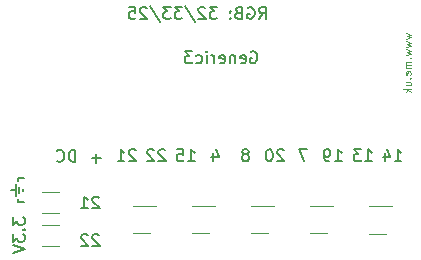
<source format=gbr>
%TF.GenerationSoftware,KiCad,Pcbnew,(6.0.2-0)*%
%TF.CreationDate,2022-03-05T11:13:42+00:00*%
%TF.ProjectId,Generic3,47656e65-7269-4633-932e-6b696361645f,1*%
%TF.SameCoordinates,Original*%
%TF.FileFunction,Legend,Bot*%
%TF.FilePolarity,Positive*%
%FSLAX46Y46*%
G04 Gerber Fmt 4.6, Leading zero omitted, Abs format (unit mm)*
G04 Created by KiCad (PCBNEW (6.0.2-0)) date 2022-03-05 11:13:42*
%MOMM*%
%LPD*%
G01*
G04 APERTURE LIST*
%ADD10C,0.150000*%
%ADD11C,0.100000*%
%ADD12C,0.120000*%
G04 APERTURE END LIST*
D10*
X138300000Y-71250000D02*
X137800000Y-71250000D01*
X137800000Y-70950000D02*
X137800000Y-71250000D01*
X137800000Y-69150000D02*
X137800000Y-69450000D01*
X138300000Y-69150000D02*
X137800000Y-69150000D01*
X142661904Y-67802380D02*
X142661904Y-66802380D01*
X142423809Y-66802380D01*
X142280952Y-66850000D01*
X142185714Y-66945238D01*
X142138095Y-67040476D01*
X142090476Y-67230952D01*
X142090476Y-67373809D01*
X142138095Y-67564285D01*
X142185714Y-67659523D01*
X142280952Y-67754761D01*
X142423809Y-67802380D01*
X142661904Y-67802380D01*
X141090476Y-67707142D02*
X141138095Y-67754761D01*
X141280952Y-67802380D01*
X141376190Y-67802380D01*
X141519047Y-67754761D01*
X141614285Y-67659523D01*
X141661904Y-67564285D01*
X141709523Y-67373809D01*
X141709523Y-67230952D01*
X141661904Y-67040476D01*
X141614285Y-66945238D01*
X141519047Y-66850000D01*
X141376190Y-66802380D01*
X141280952Y-66802380D01*
X141138095Y-66850000D01*
X141090476Y-66897619D01*
X157500000Y-58500000D02*
X157595238Y-58452380D01*
X157738095Y-58452380D01*
X157880952Y-58500000D01*
X157976190Y-58595238D01*
X158023809Y-58690476D01*
X158071428Y-58880952D01*
X158071428Y-59023809D01*
X158023809Y-59214285D01*
X157976190Y-59309523D01*
X157880952Y-59404761D01*
X157738095Y-59452380D01*
X157642857Y-59452380D01*
X157500000Y-59404761D01*
X157452380Y-59357142D01*
X157452380Y-59023809D01*
X157642857Y-59023809D01*
X156642857Y-59404761D02*
X156738095Y-59452380D01*
X156928571Y-59452380D01*
X157023809Y-59404761D01*
X157071428Y-59309523D01*
X157071428Y-58928571D01*
X157023809Y-58833333D01*
X156928571Y-58785714D01*
X156738095Y-58785714D01*
X156642857Y-58833333D01*
X156595238Y-58928571D01*
X156595238Y-59023809D01*
X157071428Y-59119047D01*
X156166666Y-58785714D02*
X156166666Y-59452380D01*
X156166666Y-58880952D02*
X156119047Y-58833333D01*
X156023809Y-58785714D01*
X155880952Y-58785714D01*
X155785714Y-58833333D01*
X155738095Y-58928571D01*
X155738095Y-59452380D01*
X154880952Y-59404761D02*
X154976190Y-59452380D01*
X155166666Y-59452380D01*
X155261904Y-59404761D01*
X155309523Y-59309523D01*
X155309523Y-58928571D01*
X155261904Y-58833333D01*
X155166666Y-58785714D01*
X154976190Y-58785714D01*
X154880952Y-58833333D01*
X154833333Y-58928571D01*
X154833333Y-59023809D01*
X155309523Y-59119047D01*
X154404761Y-59452380D02*
X154404761Y-58785714D01*
X154404761Y-58976190D02*
X154357142Y-58880952D01*
X154309523Y-58833333D01*
X154214285Y-58785714D01*
X154119047Y-58785714D01*
X153785714Y-59452380D02*
X153785714Y-58785714D01*
X153785714Y-58452380D02*
X153833333Y-58500000D01*
X153785714Y-58547619D01*
X153738095Y-58500000D01*
X153785714Y-58452380D01*
X153785714Y-58547619D01*
X152880952Y-59404761D02*
X152976190Y-59452380D01*
X153166666Y-59452380D01*
X153261904Y-59404761D01*
X153309523Y-59357142D01*
X153357142Y-59261904D01*
X153357142Y-58976190D01*
X153309523Y-58880952D01*
X153261904Y-58833333D01*
X153166666Y-58785714D01*
X152976190Y-58785714D01*
X152880952Y-58833333D01*
X152547619Y-58452380D02*
X151928571Y-58452380D01*
X152261904Y-58833333D01*
X152119047Y-58833333D01*
X152023809Y-58880952D01*
X151976190Y-58928571D01*
X151928571Y-59023809D01*
X151928571Y-59261904D01*
X151976190Y-59357142D01*
X152023809Y-59404761D01*
X152119047Y-59452380D01*
X152404761Y-59452380D01*
X152500000Y-59404761D01*
X152547619Y-59357142D01*
X144659523Y-70847619D02*
X144611904Y-70800000D01*
X144516666Y-70752380D01*
X144278571Y-70752380D01*
X144183333Y-70800000D01*
X144135714Y-70847619D01*
X144088095Y-70942857D01*
X144088095Y-71038095D01*
X144135714Y-71180952D01*
X144707142Y-71752380D01*
X144088095Y-71752380D01*
X143135714Y-71752380D02*
X143707142Y-71752380D01*
X143421428Y-71752380D02*
X143421428Y-70752380D01*
X143516666Y-70895238D01*
X143611904Y-70990476D01*
X143707142Y-71038095D01*
X167190476Y-67752380D02*
X167761904Y-67752380D01*
X167476190Y-67752380D02*
X167476190Y-66752380D01*
X167571428Y-66895238D01*
X167666666Y-66990476D01*
X167761904Y-67038095D01*
X166857142Y-66752380D02*
X166238095Y-66752380D01*
X166571428Y-67133333D01*
X166428571Y-67133333D01*
X166333333Y-67180952D01*
X166285714Y-67228571D01*
X166238095Y-67323809D01*
X166238095Y-67561904D01*
X166285714Y-67657142D01*
X166333333Y-67704761D01*
X166428571Y-67752380D01*
X166714285Y-67752380D01*
X166809523Y-67704761D01*
X166857142Y-67657142D01*
X137352380Y-72523809D02*
X137352380Y-73142857D01*
X137733333Y-72809523D01*
X137733333Y-72952380D01*
X137780952Y-73047619D01*
X137828571Y-73095238D01*
X137923809Y-73142857D01*
X138161904Y-73142857D01*
X138257142Y-73095238D01*
X138304761Y-73047619D01*
X138352380Y-72952380D01*
X138352380Y-72666666D01*
X138304761Y-72571428D01*
X138257142Y-72523809D01*
X138257142Y-73571428D02*
X138304761Y-73619047D01*
X138352380Y-73571428D01*
X138304761Y-73523809D01*
X138257142Y-73571428D01*
X138352380Y-73571428D01*
X137352380Y-73952380D02*
X137352380Y-74571428D01*
X137733333Y-74238095D01*
X137733333Y-74380952D01*
X137780952Y-74476190D01*
X137828571Y-74523809D01*
X137923809Y-74571428D01*
X138161904Y-74571428D01*
X138257142Y-74523809D01*
X138304761Y-74476190D01*
X138352380Y-74380952D01*
X138352380Y-74095238D01*
X138304761Y-74000000D01*
X138257142Y-73952380D01*
X137352380Y-74857142D02*
X138352380Y-75190476D01*
X137352380Y-75523809D01*
X158214285Y-55702380D02*
X158547619Y-55226190D01*
X158785714Y-55702380D02*
X158785714Y-54702380D01*
X158404761Y-54702380D01*
X158309523Y-54750000D01*
X158261904Y-54797619D01*
X158214285Y-54892857D01*
X158214285Y-55035714D01*
X158261904Y-55130952D01*
X158309523Y-55178571D01*
X158404761Y-55226190D01*
X158785714Y-55226190D01*
X157261904Y-54750000D02*
X157357142Y-54702380D01*
X157500000Y-54702380D01*
X157642857Y-54750000D01*
X157738095Y-54845238D01*
X157785714Y-54940476D01*
X157833333Y-55130952D01*
X157833333Y-55273809D01*
X157785714Y-55464285D01*
X157738095Y-55559523D01*
X157642857Y-55654761D01*
X157500000Y-55702380D01*
X157404761Y-55702380D01*
X157261904Y-55654761D01*
X157214285Y-55607142D01*
X157214285Y-55273809D01*
X157404761Y-55273809D01*
X156452380Y-55178571D02*
X156309523Y-55226190D01*
X156261904Y-55273809D01*
X156214285Y-55369047D01*
X156214285Y-55511904D01*
X156261904Y-55607142D01*
X156309523Y-55654761D01*
X156404761Y-55702380D01*
X156785714Y-55702380D01*
X156785714Y-54702380D01*
X156452380Y-54702380D01*
X156357142Y-54750000D01*
X156309523Y-54797619D01*
X156261904Y-54892857D01*
X156261904Y-54988095D01*
X156309523Y-55083333D01*
X156357142Y-55130952D01*
X156452380Y-55178571D01*
X156785714Y-55178571D01*
X155785714Y-55607142D02*
X155738095Y-55654761D01*
X155785714Y-55702380D01*
X155833333Y-55654761D01*
X155785714Y-55607142D01*
X155785714Y-55702380D01*
X155785714Y-55083333D02*
X155738095Y-55130952D01*
X155785714Y-55178571D01*
X155833333Y-55130952D01*
X155785714Y-55083333D01*
X155785714Y-55178571D01*
X154642857Y-54702380D02*
X154023809Y-54702380D01*
X154357142Y-55083333D01*
X154214285Y-55083333D01*
X154119047Y-55130952D01*
X154071428Y-55178571D01*
X154023809Y-55273809D01*
X154023809Y-55511904D01*
X154071428Y-55607142D01*
X154119047Y-55654761D01*
X154214285Y-55702380D01*
X154500000Y-55702380D01*
X154595238Y-55654761D01*
X154642857Y-55607142D01*
X153642857Y-54797619D02*
X153595238Y-54750000D01*
X153500000Y-54702380D01*
X153261904Y-54702380D01*
X153166666Y-54750000D01*
X153119047Y-54797619D01*
X153071428Y-54892857D01*
X153071428Y-54988095D01*
X153119047Y-55130952D01*
X153690476Y-55702380D01*
X153071428Y-55702380D01*
X151928571Y-54654761D02*
X152785714Y-55940476D01*
X151690476Y-54702380D02*
X151071428Y-54702380D01*
X151404761Y-55083333D01*
X151261904Y-55083333D01*
X151166666Y-55130952D01*
X151119047Y-55178571D01*
X151071428Y-55273809D01*
X151071428Y-55511904D01*
X151119047Y-55607142D01*
X151166666Y-55654761D01*
X151261904Y-55702380D01*
X151547619Y-55702380D01*
X151642857Y-55654761D01*
X151690476Y-55607142D01*
X150738095Y-54702380D02*
X150119047Y-54702380D01*
X150452380Y-55083333D01*
X150309523Y-55083333D01*
X150214285Y-55130952D01*
X150166666Y-55178571D01*
X150119047Y-55273809D01*
X150119047Y-55511904D01*
X150166666Y-55607142D01*
X150214285Y-55654761D01*
X150309523Y-55702380D01*
X150595238Y-55702380D01*
X150690476Y-55654761D01*
X150738095Y-55607142D01*
X148976190Y-54654761D02*
X149833333Y-55940476D01*
X148690476Y-54797619D02*
X148642857Y-54750000D01*
X148547619Y-54702380D01*
X148309523Y-54702380D01*
X148214285Y-54750000D01*
X148166666Y-54797619D01*
X148119047Y-54892857D01*
X148119047Y-54988095D01*
X148166666Y-55130952D01*
X148738095Y-55702380D01*
X148119047Y-55702380D01*
X147214285Y-54702380D02*
X147690476Y-54702380D01*
X147738095Y-55178571D01*
X147690476Y-55130952D01*
X147595238Y-55083333D01*
X147357142Y-55083333D01*
X147261904Y-55130952D01*
X147214285Y-55178571D01*
X147166666Y-55273809D01*
X147166666Y-55511904D01*
X147214285Y-55607142D01*
X147261904Y-55654761D01*
X147357142Y-55702380D01*
X147595238Y-55702380D01*
X147690476Y-55654761D01*
X147738095Y-55607142D01*
X157145238Y-67180952D02*
X157240476Y-67133333D01*
X157288095Y-67085714D01*
X157335714Y-66990476D01*
X157335714Y-66942857D01*
X157288095Y-66847619D01*
X157240476Y-66800000D01*
X157145238Y-66752380D01*
X156954761Y-66752380D01*
X156859523Y-66800000D01*
X156811904Y-66847619D01*
X156764285Y-66942857D01*
X156764285Y-66990476D01*
X156811904Y-67085714D01*
X156859523Y-67133333D01*
X156954761Y-67180952D01*
X157145238Y-67180952D01*
X157240476Y-67228571D01*
X157288095Y-67276190D01*
X157335714Y-67371428D01*
X157335714Y-67561904D01*
X157288095Y-67657142D01*
X157240476Y-67704761D01*
X157145238Y-67752380D01*
X156954761Y-67752380D01*
X156859523Y-67704761D01*
X156811904Y-67657142D01*
X156764285Y-67561904D01*
X156764285Y-67371428D01*
X156811904Y-67276190D01*
X156859523Y-67228571D01*
X156954761Y-67180952D01*
X154309523Y-67085714D02*
X154309523Y-67752380D01*
X154547619Y-66704761D02*
X154785714Y-67419047D01*
X154166666Y-67419047D01*
X164640476Y-67752380D02*
X165211904Y-67752380D01*
X164926190Y-67752380D02*
X164926190Y-66752380D01*
X165021428Y-66895238D01*
X165116666Y-66990476D01*
X165211904Y-67038095D01*
X164164285Y-67752380D02*
X163973809Y-67752380D01*
X163878571Y-67704761D01*
X163830952Y-67657142D01*
X163735714Y-67514285D01*
X163688095Y-67323809D01*
X163688095Y-66942857D01*
X163735714Y-66847619D01*
X163783333Y-66800000D01*
X163878571Y-66752380D01*
X164069047Y-66752380D01*
X164164285Y-66800000D01*
X164211904Y-66847619D01*
X164259523Y-66942857D01*
X164259523Y-67180952D01*
X164211904Y-67276190D01*
X164164285Y-67323809D01*
X164069047Y-67371428D01*
X163878571Y-67371428D01*
X163783333Y-67323809D01*
X163735714Y-67276190D01*
X163688095Y-67180952D01*
X147761904Y-66847619D02*
X147714285Y-66800000D01*
X147619047Y-66752380D01*
X147380952Y-66752380D01*
X147285714Y-66800000D01*
X147238095Y-66847619D01*
X147190476Y-66942857D01*
X147190476Y-67038095D01*
X147238095Y-67180952D01*
X147809523Y-67752380D01*
X147190476Y-67752380D01*
X146238095Y-67752380D02*
X146809523Y-67752380D01*
X146523809Y-67752380D02*
X146523809Y-66752380D01*
X146619047Y-66895238D01*
X146714285Y-66990476D01*
X146809523Y-67038095D01*
X144659523Y-74047619D02*
X144611904Y-74000000D01*
X144516666Y-73952380D01*
X144278571Y-73952380D01*
X144183333Y-74000000D01*
X144135714Y-74047619D01*
X144088095Y-74142857D01*
X144088095Y-74238095D01*
X144135714Y-74380952D01*
X144707142Y-74952380D01*
X144088095Y-74952380D01*
X143707142Y-74047619D02*
X143659523Y-74000000D01*
X143564285Y-73952380D01*
X143326190Y-73952380D01*
X143230952Y-74000000D01*
X143183333Y-74047619D01*
X143135714Y-74142857D01*
X143135714Y-74238095D01*
X143183333Y-74380952D01*
X143754761Y-74952380D01*
X143135714Y-74952380D01*
X160311904Y-66847619D02*
X160264285Y-66800000D01*
X160169047Y-66752380D01*
X159930952Y-66752380D01*
X159835714Y-66800000D01*
X159788095Y-66847619D01*
X159740476Y-66942857D01*
X159740476Y-67038095D01*
X159788095Y-67180952D01*
X160359523Y-67752380D01*
X159740476Y-67752380D01*
X159121428Y-66752380D02*
X159026190Y-66752380D01*
X158930952Y-66800000D01*
X158883333Y-66847619D01*
X158835714Y-66942857D01*
X158788095Y-67133333D01*
X158788095Y-67371428D01*
X158835714Y-67561904D01*
X158883333Y-67657142D01*
X158930952Y-67704761D01*
X159026190Y-67752380D01*
X159121428Y-67752380D01*
X159216666Y-67704761D01*
X159264285Y-67657142D01*
X159311904Y-67561904D01*
X159359523Y-67371428D01*
X159359523Y-67133333D01*
X159311904Y-66942857D01*
X159264285Y-66847619D01*
X159216666Y-66800000D01*
X159121428Y-66752380D01*
X152190476Y-67752380D02*
X152761904Y-67752380D01*
X152476190Y-67752380D02*
X152476190Y-66752380D01*
X152571428Y-66895238D01*
X152666666Y-66990476D01*
X152761904Y-67038095D01*
X151285714Y-66752380D02*
X151761904Y-66752380D01*
X151809523Y-67228571D01*
X151761904Y-67180952D01*
X151666666Y-67133333D01*
X151428571Y-67133333D01*
X151333333Y-67180952D01*
X151285714Y-67228571D01*
X151238095Y-67323809D01*
X151238095Y-67561904D01*
X151285714Y-67657142D01*
X151333333Y-67704761D01*
X151428571Y-67752380D01*
X151666666Y-67752380D01*
X151761904Y-67704761D01*
X151809523Y-67657142D01*
X162283333Y-66752380D02*
X161616666Y-66752380D01*
X162045238Y-67752380D01*
X169690476Y-67752380D02*
X170261904Y-67752380D01*
X169976190Y-67752380D02*
X169976190Y-66752380D01*
X170071428Y-66895238D01*
X170166666Y-66990476D01*
X170261904Y-67038095D01*
X168833333Y-67085714D02*
X168833333Y-67752380D01*
X169071428Y-66704761D02*
X169309523Y-67419047D01*
X168690476Y-67419047D01*
X137630952Y-69723810D02*
X137630952Y-70676191D01*
X137916666Y-69914286D02*
X137916666Y-70485715D01*
X137202380Y-70200001D02*
X137630952Y-70200001D01*
X138202380Y-70295239D02*
X138202380Y-70104762D01*
X150261904Y-66847619D02*
X150214285Y-66800000D01*
X150119047Y-66752380D01*
X149880952Y-66752380D01*
X149785714Y-66800000D01*
X149738095Y-66847619D01*
X149690476Y-66942857D01*
X149690476Y-67038095D01*
X149738095Y-67180952D01*
X150309523Y-67752380D01*
X149690476Y-67752380D01*
X149309523Y-66847619D02*
X149261904Y-66800000D01*
X149166666Y-66752380D01*
X148928571Y-66752380D01*
X148833333Y-66800000D01*
X148785714Y-66847619D01*
X148738095Y-66942857D01*
X148738095Y-67038095D01*
X148785714Y-67180952D01*
X149357142Y-67752380D01*
X148738095Y-67752380D01*
%TO.C,BZ1*%
X144421428Y-67119047D02*
X144421428Y-67880952D01*
X144802380Y-67500000D02*
X144040476Y-67500000D01*
D11*
%TO.C,Logo1*%
X170610714Y-56912857D02*
X171044047Y-57036666D01*
X170734523Y-57160476D01*
X171044047Y-57284285D01*
X170610714Y-57408095D01*
X170610714Y-57593809D02*
X171044047Y-57717619D01*
X170734523Y-57841428D01*
X171044047Y-57965238D01*
X170610714Y-58089047D01*
X170610714Y-58274761D02*
X171044047Y-58398571D01*
X170734523Y-58522380D01*
X171044047Y-58646190D01*
X170610714Y-58770000D01*
X170982142Y-59017619D02*
X171013095Y-59048571D01*
X171044047Y-59017619D01*
X171013095Y-58986666D01*
X170982142Y-59017619D01*
X171044047Y-59017619D01*
X171044047Y-59327142D02*
X170610714Y-59327142D01*
X170672619Y-59327142D02*
X170641666Y-59358095D01*
X170610714Y-59420000D01*
X170610714Y-59512857D01*
X170641666Y-59574761D01*
X170703571Y-59605714D01*
X171044047Y-59605714D01*
X170703571Y-59605714D02*
X170641666Y-59636666D01*
X170610714Y-59698571D01*
X170610714Y-59791428D01*
X170641666Y-59853333D01*
X170703571Y-59884285D01*
X171044047Y-59884285D01*
X171013095Y-60441428D02*
X171044047Y-60379523D01*
X171044047Y-60255714D01*
X171013095Y-60193809D01*
X170951190Y-60162857D01*
X170703571Y-60162857D01*
X170641666Y-60193809D01*
X170610714Y-60255714D01*
X170610714Y-60379523D01*
X170641666Y-60441428D01*
X170703571Y-60472380D01*
X170765476Y-60472380D01*
X170827380Y-60162857D01*
X170982142Y-60750952D02*
X171013095Y-60781904D01*
X171044047Y-60750952D01*
X171013095Y-60720000D01*
X170982142Y-60750952D01*
X171044047Y-60750952D01*
X170610714Y-61339047D02*
X171044047Y-61339047D01*
X170610714Y-61060476D02*
X170951190Y-61060476D01*
X171013095Y-61091428D01*
X171044047Y-61153333D01*
X171044047Y-61246190D01*
X171013095Y-61308095D01*
X170982142Y-61339047D01*
X171044047Y-61648571D02*
X170394047Y-61648571D01*
X170796428Y-61710476D02*
X171044047Y-61896190D01*
X170610714Y-61896190D02*
X170858333Y-61648571D01*
D12*
%TO.C,D4*%
X162550000Y-71540000D02*
X164450000Y-71540000D01*
X163950000Y-73860000D02*
X162550000Y-73860000D01*
%TO.C,JP1*%
X139822936Y-72170000D02*
X141277064Y-72170000D01*
X139822936Y-70350000D02*
X141277064Y-70350000D01*
%TO.C,D1*%
X148950000Y-73860000D02*
X147550000Y-73860000D01*
X147550000Y-71540000D02*
X149450000Y-71540000D01*
%TO.C,D3*%
X158950000Y-73860000D02*
X157550000Y-73860000D01*
X157550000Y-71540000D02*
X159450000Y-71540000D01*
%TO.C,D2*%
X152550000Y-71540000D02*
X154450000Y-71540000D01*
X153950000Y-73860000D02*
X152550000Y-73860000D01*
%TO.C,D5*%
X168950000Y-73910000D02*
X167550000Y-73910000D01*
X167550000Y-71590000D02*
X169450000Y-71590000D01*
%TO.C,JP2*%
X139822936Y-74945000D02*
X141277064Y-74945000D01*
X139822936Y-73125000D02*
X141277064Y-73125000D01*
%TD*%
M02*

</source>
